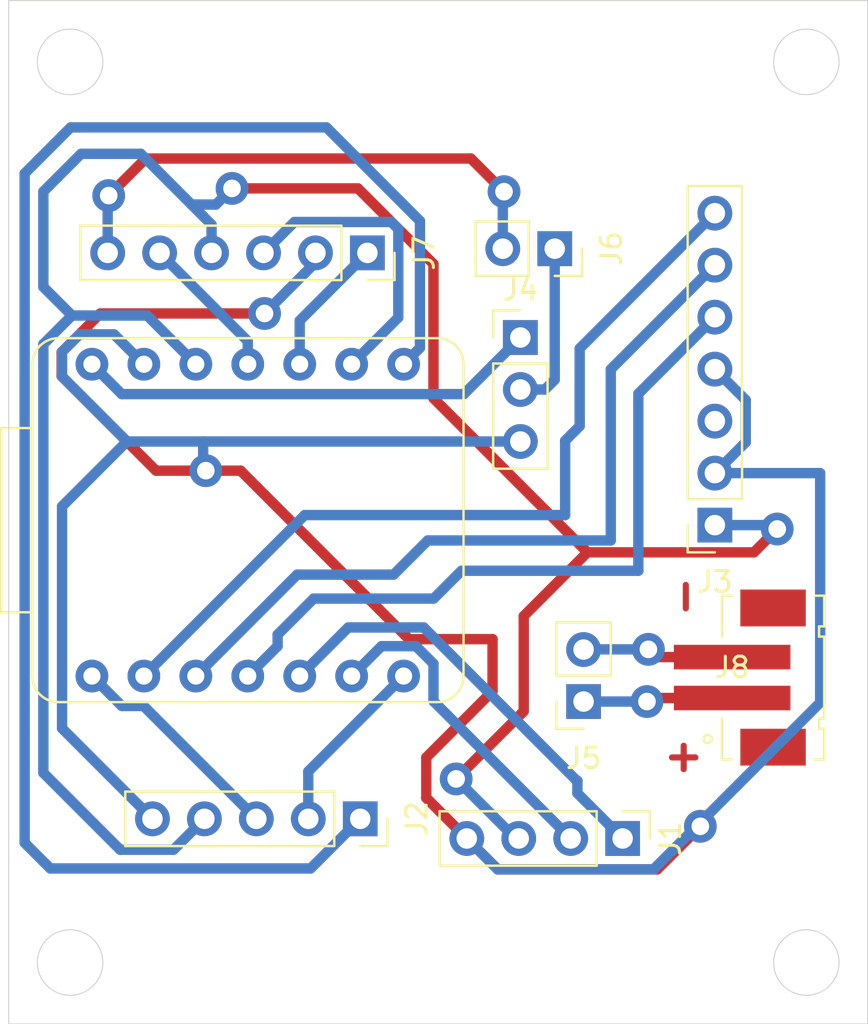
<source format=kicad_pcb>
(kicad_pcb (version 20240108) (generator "pcbnew") (generator_version "8.0")
  (layers (0 "F.Cu" signal) (31 "B.Cu" signal) (34 "B.Paste" user) (35 "F.Paste" user) (36 "B.SilkS" user "B.Silkscreen") (37 "F.SilkS" user "F.Silkscreen") (38 "B.Mask" user) (39 "F.Mask" user) (44 "Edge.Cuts" user))
  (net 0 "")
  (net 1 "GND")
  (net 2 "+3.3V")
  (net 3 "SCL")
  (net 4 "SDA")
  (net 5 "CLK")
  (net 6 "DT")
  (net 7 "SW")
  (net 8 "BCLK")
  (net 9 "+5V")
  (net 11 "LRC")
  (net 12 "DIN")
  (net 13 "SIG")
  (net 14 "MISO")
  (net 15 "CS")
  (net 16 "MOSI")
  (net 17 "SCK")
  (net 18 "PWR_3V3")
  (net 19 "PWR_GND")
  (footprint "Connector_PinSocket_2.54mm:PinSocket_1x05_P2.54mm_Vertical" (layer "F.Cu") (at 138.31 69.23 -90)
    (property "Reference" "J2" (at 0 -2.77 90) (layer "F.SilkS"))
    (property "Value" "Rotary Encoder")
    (fp_line (start -1.33 11.49) (end 1.33 11.49) (stroke (width 0.12)) (layer "F.SilkS"))
    (fp_line (start -1.33 1.27) (end -1.33 11.49) (stroke (width 0.12)) (layer "F.SilkS"))
    (fp_line (start -1.33 1.27) (end 1.33 1.27) (stroke (width 0.12)) (layer "F.SilkS"))
    (fp_line (start 1.33 1.27) (end 1.33 11.49) (stroke (width 0.12)) (layer "F.SilkS"))
    (fp_line (start 0 -1.33) (end 1.33 -1.33) (stroke (width 0.12)) (layer "F.SilkS"))
    (fp_line (start 1.33 -1.33) (end 1.33 0) (stroke (width 0.12)) (layer "F.SilkS"))
    (pad "1" thru_hole rect (at 0 0 270) (size 1.7 1.7) (drill 1) (layers "*.Cu" "*.Mask") (net 5 "CLK"))
    (pad "2" thru_hole oval (at 0 2.54 270) (size 1.7 1.7) (drill 1) (layers "*.Cu" "*.Mask") (net 6 "DT"))
    (pad "3" thru_hole oval (at 0 5.08 270) (size 1.7 1.7) (drill 1) (layers "*.Cu" "*.Mask") (net 7 "SW"))
    (pad "4" thru_hole oval (at 0 7.62 270) (size 1.7 1.7) (drill 1) (layers "*.Cu" "*.Mask") (net 2 "+3.3V"))
    (pad "5" thru_hole oval (at 0 10.16 270) (size 1.7 1.7) (drill 1) (layers "*.Cu" "*.Mask") (net 1 "GND"))
  )
  (footprint "Connector_PinSocket_2.54mm:PinSocket_1x07_P2.54mm_Vertical" (layer "F.Cu") (at 155.65 54.88 180)
    (property "Reference" "J3" (at 0 -2.77 0) (layer "F.SilkS"))
    (property "Value" "MAX98357A")
    (fp_line (start 1.33 1.27) (end 1.33 16.57) (stroke (width 0.12)) (layer "F.SilkS"))
    (fp_line (start 1.33 -1.33) (end 1.33 0) (stroke (width 0.12)) (layer "F.SilkS"))
    (fp_line (start 0 -1.33) (end 1.33 -1.33) (stroke (width 0.12)) (layer "F.SilkS"))
    (fp_line (start -1.33 16.57) (end 1.33 16.57) (stroke (width 0.12)) (layer "F.SilkS"))
    (fp_line (start -1.33 1.27) (end 1.33 1.27) (stroke (width 0.12)) (layer "F.SilkS"))
    (fp_line (start -1.33 1.27) (end -1.33 16.57) (stroke (width 0.12)) (layer "F.SilkS"))
    (pad "1" thru_hole rect (at 0 0 180) (size 1.7 1.7) (drill 1) (layers "*.Cu" "*.Mask") (net 2 "+3.3V"))
    (pad "2" thru_hole oval (at 0 2.54 180) (size 1.7 1.7) (drill 1) (layers "*.Cu" "*.Mask") (net 1 "GND"))
    (pad "3" thru_hole oval (at 0 5.08 180) (size 1.7 1.7) (drill 1) (layers "*.Cu" "*.Mask"))
    (pad "4" thru_hole oval (at 0 7.62 180) (size 1.7 1.7) (drill 1) (layers "*.Cu" "*.Mask") (net 1 "GND"))
    (pad "5" thru_hole oval (at 0 10.16 180) (size 1.7 1.7) (drill 1) (layers "*.Cu" "*.Mask") (net 12 "DIN"))
    (pad "6" thru_hole oval (at 0 12.7 180) (size 1.7 1.7) (drill 1) (layers "*.Cu" "*.Mask") (net 8 "BCLK"))
    (pad "7" thru_hole oval (at 0 15.24 180) (size 1.7 1.7) (drill 1) (layers "*.Cu" "*.Mask") (net 11 "LRC"))
  )
  (footprint "Connector_PinHeader_2.54mm:PinHeader_1x03_P2.54mm_Vertical" (layer "F.Cu") (at 146.14 45.715)
    (property "Reference" "J4" (at 0 -2.33 0) (layer "F.SilkS"))
    (property "Value" "SERVO")
    (fp_line (start -1.33 -1.33) (end 0 -1.33) (stroke (width 0.12)) (layer "F.SilkS"))
    (fp_line (start -1.33 0) (end -1.33 -1.33) (stroke (width 0.12)) (layer "F.SilkS"))
    (fp_line (start -1.33 1.27) (end -1.33 6.41) (stroke (width 0.12)) (layer "F.SilkS"))
    (fp_line (start -1.33 1.27) (end 1.33 1.27) (stroke (width 0.12)) (layer "F.SilkS"))
    (fp_line (start -1.33 6.41) (end 1.33 6.41) (stroke (width 0.12)) (layer "F.SilkS"))
    (fp_line (start 1.33 1.27) (end 1.33 6.41) (stroke (width 0.12)) (layer "F.SilkS"))
    (pad "1" thru_hole rect (at 0 0) (size 1.7 1.7) (drill 1) (layers "*.Cu" "*.Mask") (net 9 "+5V"))
    (pad "2" thru_hole oval (at 0 2.54) (size 1.7 1.7) (drill 1) (layers "*.Cu" "*.Mask") (net 13 "SIG"))
    (pad "3" thru_hole oval (at 0 5.08) (size 1.7 1.7) (drill 1) (layers "*.Cu" "*.Mask") (net 1 "GND"))
  )
  (footprint "Connector_PinHeader_2.54mm:PinHeader_1x04_P2.54mm_Vertical" (layer "F.Cu") (at 151.14 70.19 -90)
    (property "Reference" "J1" (at 0 -2.33 90) (layer "F.SilkS"))
    (property "Value" "OLED")
    (fp_line (start -1.33 8.95) (end 1.33 8.95) (stroke (width 0.12)) (layer "F.SilkS"))
    (fp_line (start -1.33 1.27) (end -1.33 8.95) (stroke (width 0.12)) (layer "F.SilkS"))
    (fp_line (start -1.33 1.27) (end 1.33 1.27) (stroke (width 0.12)) (layer "F.SilkS"))
    (fp_line (start 1.33 1.27) (end 1.33 8.95) (stroke (width 0.12)) (layer "F.SilkS"))
    (fp_line (start -1.33 0) (end -1.33 -1.33) (stroke (width 0.12)) (layer "F.SilkS"))
    (fp_line (start -1.33 -1.33) (end 0 -1.33) (stroke (width 0.12)) (layer "F.SilkS"))
    (pad "1" thru_hole rect (at 0 0 270) (size 1.7 1.7) (drill 1) (layers "*.Cu" "*.Mask") (net 4 "SDA"))
    (pad "2" thru_hole oval (at 0 2.54 270) (size 1.7 1.7) (drill 1) (layers "*.Cu" "*.Mask") (net 3 "SCL"))
    (pad "3" thru_hole oval (at 0 5.08 270) (size 1.7 1.7) (drill 1) (layers "*.Cu" "*.Mask") (net 2 "+3.3V"))
    (pad "4" thru_hole oval (at 0 7.62 270) (size 1.7 1.7) (drill 1) (layers "*.Cu" "*.Mask") (net 1 "GND"))
  )
  (footprint "fab:SeeedStudio_XIAO_ESP32C3" (layer "F.Cu") (at 132.81 54.64 90)
    (property "Reference" "M1" (hide yes))
    (property "Value" "Module_XIAO-ESP32C3")
    (fp_line (start -7.6175 -10.531) (end 7.6225 -10.531) (stroke (width 0.12)) (layer "F.SilkS"))
    (fp_line (start 8.8925 -9.261) (end 8.8925 9.281) (stroke (width 0.12)) (layer "F.SilkS"))
    (fp_line (start -8.8875 9.281) (end -8.8875 -9.261) (stroke (width 0.12)) (layer "F.SilkS"))
    (fp_line (start 7.6225 10.551) (end -7.6175 10.551) (stroke (width 0.12)) (layer "F.SilkS"))
    (fp_rect (start -4.4975 -10.531) (end 4.5025 -12.055) (stroke (width 0.12)) (fill none) (layer "F.SilkS"))
    (fp_arc (start 7.6225 -10.531) (mid 8.520526 -10.159026) (end 8.8925 -9.261) (stroke (width 0.12)) (layer "F.SilkS"))
    (fp_arc (start -8.8875 -9.261) (mid -8.515526 -10.159026) (end -7.6175 -10.531) (stroke (width 0.12)) (layer "F.SilkS"))
    (fp_arc (start 8.8925 9.281) (mid 8.520526 10.179026) (end 7.6225 10.551) (stroke (width 0.12)) (layer "F.SilkS"))
    (fp_arc (start -7.6175 10.551) (mid -8.515526 10.179026) (end -8.8875 9.281) (stroke (width 0.12)) (layer "F.SilkS"))
    (pad "1" thru_hole circle (at -7.615 -7.62 90) (size 1.6 1.6) (drill 0.8382) (layers "*.Cu" "*.Mask") (net 7 "SW"))
    (pad "2" thru_hole circle (at -7.615 -5.08 90) (size 1.6 1.6) (drill 0.8382) (layers "*.Cu" "*.Mask") (net 11 "LRC"))
    (pad "3" thru_hole circle (at -7.615 -2.54 90) (size 1.6 1.6) (drill 0.8382) (layers "*.Cu" "*.Mask") (net 8 "BCLK"))
    (pad "4" thru_hole circle (at -7.615 0 90) (size 1.6 1.6) (drill 0.8382) (layers "*.Cu" "*.Mask") (net 12 "DIN"))
    (pad "5" thru_hole circle (at -7.615 2.54 90) (size 1.6 1.6) (drill 0.8382) (layers "*.Cu" "*.Mask") (net 4 "SDA"))
    (pad "6" thru_hole circle (at -7.615 5.08 90) (size 1.6 1.6) (drill 0.8382) (layers "*.Cu" "*.Mask") (net 3 "SCL"))
    (pad "7" thru_hole circle (at -7.615 7.62 90) (size 1.6 1.6) (drill 0.8382) (layers "*.Cu" "*.Mask") (net 6 "DT"))
    (pad "8" thru_hole circle (at 7.62 7.62 90) (size 1.6 1.6) (drill 0.8382) (layers "*.Cu" "*.Mask") (net 5 "CLK"))
    (pad "9" thru_hole circle (at 7.62 5.08 90) (size 1.6 1.6) (drill 0.8382) (layers "*.Cu" "*.Mask") (net 17 "SCK"))
    (pad "10" thru_hole circle (at 7.62 2.54 90) (size 1.6 1.6) (drill 0.8382) (layers "*.Cu" "*.Mask") (net 14 "MISO"))
    (pad "11" thru_hole circle (at 7.62 0 90) (size 1.6 1.6) (drill 0.8382) (layers "*.Cu" "*.Mask") (net 16 "MOSI"))
    (pad "12" thru_hole circle (at 7.62 -2.54 90) (size 1.6 1.6) (drill 0.8382) (layers "*.Cu" "*.Mask") (net 2 "+3.3V"))
    (pad "13" thru_hole circle (at 7.62 -5.08 90) (size 1.6 1.6) (drill 0.8382) (layers "*.Cu" "*.Mask") (net 1 "GND"))
    (pad "14" thru_hole circle (at 7.62 -7.62 90) (size 1.6 1.6) (drill 0.8382) (layers "*.Cu" "*.Mask") (net 9 "+5V"))
  )
  (footprint "Connector_PinSocket_2.54mm:PinSocket_1x02_P2.54mm_Vertical" (layer "F.Cu") (at 149.23 63.5 180)
    (property "Reference" "J5" (at 0 -2.77 0) (layer "F.SilkS"))
    (property "Value" "Battery Connector")
    (fp_line (start 1.33 1.27) (end 1.33 3.87) (stroke (width 0.12)) (layer "F.SilkS"))
    (fp_line (start 1.33 -1.33) (end 1.33 0) (stroke (width 0.12)) (layer "F.SilkS"))
    (fp_line (start 0 -1.33) (end 1.33 -1.33) (stroke (width 0.12)) (layer "F.SilkS"))
    (fp_line (start -1.33 3.87) (end 1.33 3.87) (stroke (width 0.12)) (layer "F.SilkS"))
    (fp_line (start -1.33 1.27) (end 1.33 1.27) (stroke (width 0.12)) (layer "F.SilkS"))
    (fp_line (start -1.33 1.27) (end -1.33 3.87) (stroke (width 0.12)) (layer "F.SilkS"))
    (pad "1" thru_hole rect (at 0 0 180) (size 1.7 1.7) (drill 1) (layers "*.Cu" "*.Mask") (net 18 "PWR_3V3"))
    (pad "2" thru_hole oval (at 0 2.54 180) (size 1.7 1.7) (drill 1) (layers "*.Cu" "*.Mask") (net 19 "PWR_GND"))
  )
  (footprint "Connector_PinSocket_2.54mm:PinSocket_1x02_P2.54mm_Vertical" (layer "F.Cu") (at 147.82 41.375 -90)
    (property "Reference" "J6" (at 0 -2.77 90) (layer "F.SilkS"))
    (property "Value" "GPIO Breakout")
    (fp_line (start -1.33 3.87) (end 1.33 3.87) (stroke (width 0.12)) (layer "F.SilkS"))
    (fp_line (start -1.33 1.27) (end -1.33 3.87) (stroke (width 0.12)) (layer "F.SilkS"))
    (fp_line (start -1.33 1.27) (end 1.33 1.27) (stroke (width 0.12)) (layer "F.SilkS"))
    (fp_line (start 1.33 1.27) (end 1.33 3.87) (stroke (width 0.12)) (layer "F.SilkS"))
    (fp_line (start 0 -1.33) (end 1.33 -1.33) (stroke (width 0.12)) (layer "F.SilkS"))
    (fp_line (start 1.33 -1.33) (end 1.33 0) (stroke (width 0.12)) (layer "F.SilkS"))
    (pad "1" thru_hole rect (at 0 0 270) (size 1.7 1.7) (drill 1) (layers "*.Cu" "*.Mask") (net 13 "SIG"))
    (pad "2" thru_hole oval (at 0 2.54 270) (size 1.7 1.7) (drill 1) (layers "*.Cu" "*.Mask") (net 15 "CS"))
  )
  (footprint "fab:Header_JST_PH_1x02_P2mm_Vertical_SMD" (layer "F.Cu") (at 156.496 62.328 180)
    (property "Reference" "J8" (at 0 0.5 0) (layer "F.SilkS"))
    (property "Value" "JST Bat")
    (fp_line (start 0.5 4) (end 0.5 2) (stroke (width 0.12)) (layer "F.SilkS"))
    (fp_line (start 0.5 4) (end 0 4) (stroke (width 0.12)) (layer "F.SilkS"))
    (fp_line (start 0.5 -2) (end 0.5 -4) (stroke (width 0.12)) (layer "F.SilkS"))
    (fp_line (start 0.5 -4) (end 0 -4) (stroke (width 0.12)) (layer "F.SilkS"))
    (fp_line (start -4.25 2.5) (end -4.5 2.5) (stroke (width 0.12)) (layer "F.SilkS"))
    (fp_line (start -4.25 2) (end -4.25 2.5) (stroke (width 0.12)) (layer "F.SilkS"))
    (fp_line (start -4.25 -2) (end -4.5 -2) (stroke (width 0.12)) (layer "F.SilkS"))
    (fp_line (start -4.25 -2.5) (end -4.25 -2) (stroke (width 0.12)) (layer "F.SilkS"))
    (fp_line (start -4.5 4) (end -4 4) (stroke (width 0.12)) (layer "F.SilkS"))
    (fp_line (start -4.5 2.5) (end -4.5 4) (stroke (width 0.12)) (layer "F.SilkS"))
    (fp_line (start -4.5 2) (end -4.25 2) (stroke (width 0.12)) (layer "F.SilkS"))
    (fp_line (start -4.5 -2) (end -4.5 2) (stroke (width 0.12)) (layer "F.SilkS"))
    (fp_line (start -4.5 -2.5) (end -4.25 -2.5) (stroke (width 0.12)) (layer "F.SilkS"))
    (fp_line (start -4.5 -4) (end -4 -4) (stroke (width 0.12)) (layer "F.SilkS"))
    (fp_line (start -4.5 -4) (end -4.5 -2.5) (stroke (width 0.12)) (layer "F.SilkS"))
    (fp_circle (center 1.2 -3) (end 1.4 -3) (stroke (width 0.12)) (fill none) (layer "F.SilkS"))
    (pad "" smd rect (at -2 -3.4 180) (size 3.2 1.8) (layers "F.Cu" "F.Paste" "F.Mask"))
    (pad "" smd rect (at -2 3.4 180) (size 3.2 1.8) (layers "F.Cu" "F.Paste" "F.Mask"))
    (pad "1" smd rect (at 0 -1 180) (size 5.7 1.2) (layers "F.Cu" "F.Paste" "F.Mask") (net 18 "PWR_3V3"))
    (pad "2" smd rect (at 0 1 180) (size 5.7 1.2) (layers "F.Cu" "F.Paste" "F.Mask") (net 19 "PWR_GND"))
  )
  (footprint "Connector_PinSocket_2.54mm:PinSocket_1x06_P2.54mm_Vertical" (layer "F.Cu") (at 138.66 41.58 -90)
    (property "Reference" "J7" (at 0 -2.77 90) (layer "F.SilkS"))
    (property "Value" "SD Card")
    (fp_line (start -1.33 14.03) (end 1.33 14.03) (stroke (width 0.12)) (layer "F.SilkS"))
    (fp_line (start -1.33 1.27) (end -1.33 14.03) (stroke (width 0.12)) (layer "F.SilkS"))
    (fp_line (start -1.33 1.27) (end 1.33 1.27) (stroke (width 0.12)) (layer "F.SilkS"))
    (fp_line (start 1.33 1.27) (end 1.33 14.03) (stroke (width 0.12)) (layer "F.SilkS"))
    (fp_line (start 0 -1.33) (end 1.33 -1.33) (stroke (width 0.12)) (layer "F.SilkS"))
    (fp_line (start 1.33 -1.33) (end 1.33 0) (stroke (width 0.12)) (layer "F.SilkS"))
    (pad "1" thru_hole rect (at 0 0 270) (size 1.7 1.7) (drill 1) (layers "*.Cu" "*.Mask") (net 14 "MISO"))
    (pad "2" thru_hole oval (at 0 2.54 270) (size 1.7 1.7) (drill 1) (layers "*.Cu" "*.Mask") (net 1 "GND"))
    (pad "3" thru_hole oval (at 0 5.08 270) (size 1.7 1.7) (drill 1) (layers "*.Cu" "*.Mask") (net 17 "SCK"))
    (pad "4" thru_hole oval (at 0 7.62 270) (size 1.7 1.7) (drill 1) (layers "*.Cu" "*.Mask") (net 2 "+3.3V"))
    (pad "5" thru_hole oval (at 0 10.16 270) (size 1.7 1.7) (drill 1) (layers "*.Cu" "*.Mask") (net 16 "MOSI"))
    (pad "6" thru_hole oval (at 0 12.7 270) (size 1.7 1.7) (drill 1) (layers "*.Cu" "*.Mask") (net 15 "CS"))
  )
  (gr_circle (center 124.123 32.25) (end 125.723 32.25) (stroke (width 0.05)) (fill none) (layer "Edge.Cuts"))
  (gr_circle (center 160.123 76.25) (end 161.723 76.25) (stroke (width 0.05)) (fill none) (layer "Edge.Cuts"))
  (gr_rect (start 121.123 29.25) (end 163.123 79.25) (stroke (width 0.05)) (fill none) (layer "Edge.Cuts"))
  (gr_circle (center 124.123 76.25) (end 125.723 76.25) (stroke (width 0.05)) (fill none) (layer "Edge.Cuts"))
  (gr_circle (center 160.123 32.25) (end 161.723 32.25) (stroke (width 0.05)) (fill none) (layer "Edge.Cuts"))
  (gr_text "+" (at 153 67 0) (layer "F.Cu") (effects (font (size 1.5 1.5) (thickness 0.3) (bold yes)) (justify left bottom)))
  (gr_text "-" (at 155 59.5 90) (layer "F.Cu") (effects (font (size 1.5 1.5) (thickness 0.3) (bold yes)) (justify left bottom)))
  (segment (start 141.5396 68.2096) (end 143.52 70.19) (width 0.508) (layer "F.Cu") (net 1))
  (segment (start 123.71 47.605318) (end 123.71 46.43) (width 0.508) (layer "F.Cu") (net 1))
  (segment (start 141.5396 66.2324) (end 141.5396 68.2096) (width 0.508) (layer "F.Cu") (net 1))
  (segment (start 144.78 60.452) (end 144.78 62.992) (width 0.508) (layer "F.Cu") (net 1))
  (segment (start 130.76 52.22) (end 132.460318 52.22) (width 0.508) (layer "F.Cu") (net 1))
  (segment (start 128.324682 52.22) (end 123.71 47.605318) (width 0.508) (layer "F.Cu") (net 1))
  (segment (start 145.0304 71.7004) (end 152.8356 71.7004) (width 0.508) (layer "F.Cu") (net 1))
  (segment (start 140.692318 60.452) (end 144.78 60.452) (width 0.508) (layer "F.Cu") (net 1))
  (segment (start 132.460318 52.22) (end 140.692318 60.452) (width 0.508) (layer "F.Cu") (net 1))
  (segment (start 130.76 52.22) (end 128.324682 52.22) (width 0.508) (layer "F.Cu") (net 1))
  (segment (start 144.78 62.992) (end 141.5396 66.2324) (width 0.508) (layer "F.Cu") (net 1))
  (segment (start 123.71 46.43) (end 125.6 44.54) (width 0.508) (layer "F.Cu") (net 1))
  (segment (start 125.6 44.54) (end 133.63 44.54) (width 0.508) (layer "F.Cu") (net 1))
  (segment (start 141.5396 68.2096) (end 145.0304 71.7004) (width 0.508) (layer "F.Cu") (net 1))
  (segment (start 152.8356 71.7004) (end 154.94 69.596) (width 0.508) (layer "F.Cu") (net 1))
  (via (at 133.63 44.54) (size 1.6) (drill 0.86) (layers "F.Cu" "B.Cu") (net 1))
  (via (at 130.76 52.22) (size 1.6) (drill 0.86) (layers "F.Cu" "B.Cu") (net 1))
  (via (at 154.94 69.596) (size 1.6) (drill 0.86) (layers "F.Cu" "B.Cu") (net 1))
  (segment (start 155.65 52.34) (end 157.1604 50.8296) (width 0.508) (layer "B.Cu") (net 1))
  (segment (start 130.63 50.795) (end 130.63 52.09) (width 0.508) (layer "B.Cu") (net 1))
  (segment (start 160.8 52.34) (end 160.8 63.5504) (width 0.508) (layer "B.Cu") (net 1))
  (segment (start 124.585082 45.5596) (end 126.2696 45.5596) (width 0.508) (layer "B.Cu") (net 1))
  (segment (start 152.65 71.7004) (end 145.0304 71.7004) (width 0.508) (layer "B.Cu") (net 1))
  (segment (start 123.7296 47.624918) (end 123.7296 46.415082) (width 0.508) (layer "B.Cu") (net 1))
  (segment (start 157.1604 48.7704) (end 155.65 47.26) (width 0.508) (layer "B.Cu") (net 1))
  (segment (start 145.0304 71.7004) (end 143.52 70.19) (width 0.508) (layer "B.Cu") (net 1))
  (segment (start 126.899682 50.795) (end 123.7296 53.965082) (width 0.508) (layer "B.Cu") (net 1))
  (segment (start 155.65 52.34) (end 160.8 52.34) (width 0.508) (layer "B.Cu") (net 1))
  (segment (start 126.899682 50.795) (end 123.7296 47.624918) (width 0.508) (layer "B.Cu") (net 1))
  (segment (start 130.63 50.795) (end 126.899682 50.795) (width 0.508) (layer "B.Cu") (net 1))
  (segment (start 136.12 41.58) (end 136.12 42.05) (width 0.508) (layer "B.Cu") (net 1))
  (segment (start 123.7296 64.8096) (end 128.15 69.23) (width 0.508) (layer "B.Cu") (net 1))
  (segment (start 146.14 50.795) (end 130.63 50.795) (width 0.508) (layer "B.Cu") (net 1))
  (segment (start 157.1604 50.8296) (end 157.1604 48.7704) (width 0.508) (layer "B.Cu") (net 1))
  (segment (start 126.2696 45.5596) (end 127.73 47.02) (width 0.508) (layer "B.Cu") (net 1))
  (segment (start 160.8 63.5504) (end 152.65 71.7004) (width 0.508) (layer "B.Cu") (net 1))
  (segment (start 123.7296 46.415082) (end 124.585082 45.5596) (width 0.508) (layer "B.Cu") (net 1))
  (segment (start 130.63 52.09) (end 130.76 52.22) (width 0.508) (layer "B.Cu") (net 1))
  (segment (start 123.7296 53.965082) (end 123.7296 64.8096) (width 0.508) (layer "B.Cu") (net 1))
  (segment (start 136.12 42.05) (end 133.63 44.54) (width 0.508) (layer "B.Cu") (net 1))
  (segment (start 157.56 56.21) (end 149.418971 56.21) (width 0.508) (layer "F.Cu") (net 2))
  (segment (start 141.8904 48.681429) (end 141.8904 42.1204) (width 0.508) (layer "F.Cu") (net 2))
  (segment (start 149.418971 56.21) (end 141.8904 48.681429) (width 0.508) (layer "F.Cu") (net 2))
  (segment (start 149.418971 56.21) (end 146.304 59.324971) (width 0.508) (layer "F.Cu") (net 2))
  (segment (start 141.8904 42.1204) (end 138.2 38.43) (width 0.508) (layer "F.Cu") (net 2))
  (segment (start 138.2 38.43) (end 132.04 38.43) (width 0.508) (layer "F.Cu") (net 2))
  (segment (start 146.304 59.324971) (end 146.304 63.976) (width 0.508) (layer "F.Cu") (net 2))
  (segment (start 146.304 63.976) (end 143 67.28) (width 0.508) (layer "F.Cu") (net 2))
  (segment (start 158.7 55.07) (end 157.56 56.21) (width 0.508) (layer "F.Cu") (net 2))
  (via (at 143 67.28) (size 1.6) (drill 0.86) (layers "F.Cu" "B.Cu") (net 2))
  (via (at 132.04 38.43) (size 1.6) (drill 0.86) (layers "F.Cu" "B.Cu") (net 2))
  (via (at 158.7 55.07) (size 1.6) (drill 0.86) (layers "F.Cu" "B.Cu") (net 2))
  (segment (start 129.1796 70.7404) (end 126.5704 70.7404) (width 0.508) (layer "B.Cu") (net 2))
  (segment (start 126.5704 70.7404) (end 122.8152 66.9852) (width 0.508) (layer "B.Cu") (net 2))
  (segment (start 130.06 39.22) (end 131.04 40.2) (width 0.508) (layer "B.Cu") (net 2))
  (segment (start 122.8152 66.9852) (end 122.8152 46.036325) (width 0.508) (layer "B.Cu") (net 2))
  (segment (start 124.211525 44.64) (end 122.8152 43.243675) (width 0.508) (layer "B.Cu") (net 2))
  (segment (start 122.8152 46.036325) (end 124.211525 44.64) (width 0.508) (layer "B.Cu") (net 2))
  (segment (start 146.06 70.19) (end 145.91 70.19) (width 0.508) (layer "B.Cu") (net 2))
  (segment (start 155.65 54.88) (end 158.51 54.88) (width 0.508) (layer "B.Cu") (net 2))
  (segment (start 145.91 70.19) (end 143 67.28) (width 0.508) (layer "B.Cu") (net 2))
  (segment (start 122.8152 38.5848) (end 124.66 36.74) (width 0.508) (layer "B.Cu") (net 2))
  (segment (start 122.8152 43.243675) (end 122.8152 38.5848) (width 0.508) (layer "B.Cu") (net 2))
  (segment (start 127.89 44.64) (end 130.27 47.02) (width 0.508) (layer "B.Cu") (net 2))
  (segment (start 127.58 36.74) (end 130.06 39.22) (width 0.508) (layer "B.Cu") (net 2))
  (segment (start 130.06 39.22) (end 131.25 39.22) (width 0.508) (layer "B.Cu") (net 2))
  (segment (start 131.25 39.22) (end 132.04 38.43) (width 0.508) (layer "B.Cu") (net 2))
  (segment (start 124.211525 44.64) (end 127.89 44.64) (width 0.508) (layer "B.Cu") (net 2))
  (segment (start 158.51 54.88) (end 158.7 55.07) (width 0.508) (layer "B.Cu") (net 2))
  (segment (start 124.66 36.74) (end 127.58 36.74) (width 0.508) (layer "B.Cu") (net 2))
  (segment (start 131.04 40.2) (end 131.04 41.58) (width 0.508) (layer "B.Cu") (net 2))
  (segment (start 130.69 69.23) (end 129.1796 70.7404) (width 0.508) (layer "B.Cu") (net 2))
  (segment (start 148.6 70.19) (end 141.8904 63.4804) (width 0.508) (layer "B.Cu") (net 3))
  (segment (start 141.034918 60.7946) (end 139.3504 60.7946) (width 0.508) (layer "B.Cu") (net 3))
  (segment (start 141.8904 61.650082) (end 141.034918 60.7946) (width 0.508) (layer "B.Cu") (net 3))
  (segment (start 139.3504 60.7946) (end 137.89 62.255) (width 0.508) (layer "B.Cu") (net 3))
  (segment (start 141.8904 63.4804) (end 141.8904 61.650082) (width 0.508) (layer "B.Cu") (net 3))
  (segment (start 148.93 67.37) (end 148.903475 67.37) (width 0.508) (layer "B.Cu") (net 4))
  (segment (start 148.903475 67.37) (end 141.413675 59.8802) (width 0.508) (layer "B.Cu") (net 4))
  (segment (start 137.7248 59.8802) (end 135.35 62.255) (width 0.508) (layer "B.Cu") (net 4))
  (segment (start 148.93 67.98) (end 148.93 67.37) (width 0.508) (layer "B.Cu") (net 4))
  (segment (start 151.14 70.19) (end 148.93 67.98) (width 0.508) (layer "B.Cu") (net 4))
  (segment (start 141.413675 59.8802) (end 137.7248 59.8802) (width 0.508) (layer "B.Cu") (net 4))
  (segment (start 141.229999 46.220001) (end 141.229999 40.019999) (width 0.508) (layer "B.Cu") (net 5))
  (segment (start 135.8852 71.6548) (end 138.31 69.23) (width 0.508) (layer "B.Cu") (net 5))
  (segment (start 140.43 47.02) (end 141.229999 46.220001) (width 0.508) (layer "B.Cu") (net 5))
  (segment (start 136.66 35.45) (end 124.15 35.45) (width 0.508) (layer "B.Cu") (net 5))
  (segment (start 141.229999 40.019999) (end 136.66 35.45) (width 0.508) (layer "B.Cu") (net 5))
  (segment (start 123.1548 71.6548) (end 135.8852 71.6548) (width 0.508) (layer "B.Cu") (net 5))
  (segment (start 124.15 35.45) (end 121.9008 37.6992) (width 0.508) (layer "B.Cu") (net 5))
  (segment (start 121.9008 70.4008) (end 123.1548 71.6548) (width 0.508) (layer "B.Cu") (net 5))
  (segment (start 121.9008 37.6992) (end 121.9008 70.4008) (width 0.508) (layer "B.Cu") (net 5))
  (segment (start 135.77 69.23) (end 135.77 66.915) (width 0.508) (layer "B.Cu") (net 6))
  (segment (start 135.77 66.915) (end 140.43 62.255) (width 0.508) (layer "B.Cu") (net 6))
  (segment (start 126.6504 63.7154) (end 125.19 62.255) (width 0.508) (layer "B.Cu") (net 7))
  (segment (start 133.23 69.23) (end 127.7154 63.7154) (width 0.508) (layer "B.Cu") (net 7))
  (segment (start 127.7154 63.7154) (end 126.6504 63.7154) (width 0.508) (layer "B.Cu") (net 7))
  (segment (start 135.225 57.3) (end 130.27 62.255) (width 0.508) (layer "B.Cu") (net 8))
  (segment (start 155.65 42.18) (end 150.56 47.27) (width 0.508) (layer "B.Cu") (net 8))
  (segment (start 141.61 55.63) (end 139.94 57.3) (width 0.508) (layer "B.Cu") (net 8))
  (segment (start 150.56 55.63) (end 141.61 55.63) (width 0.508) (layer "B.Cu") (net 8))
  (segment (start 150.56 47.27) (end 150.56 55.63) (width 0.508) (layer "B.Cu") (net 8))
  (segment (start 139.94 57.3) (end 135.225 57.3) (width 0.508) (layer "B.Cu") (net 8))
  (segment (start 143.3746 48.4804) (end 126.6504 48.4804) (width 0.508) (layer "B.Cu") (net 9))
  (segment (start 146.14 45.715) (end 143.3746 48.4804) (width 0.508) (layer "B.Cu") (net 9))
  (segment (start 126.6504 48.4804) (end 125.19 47.02) (width 0.508) (layer "B.Cu") (net 9))
  (segment (start 127.73 62.255) (end 135.595 54.39) (width 0.508) (layer "B.Cu") (net 11))
  (segment (start 135.595 54.39) (end 148.33 54.39) (width 0.508) (layer "B.Cu") (net 11))
  (segment (start 148.33 54.39) (end 148.33 50.7556) (width 0.508) (layer "B.Cu") (net 11))
  (segment (start 149.04 46.25) (end 155.65 39.64) (width 0.508) (layer "B.Cu") (net 11))
  (segment (start 148.33 50.7556) (end 149.04 50.0456) (width 0.508) (layer "B.Cu") (net 11))
  (segment (start 149.04 50.0456) (end 149.04 46.25) (width 0.508) (layer "B.Cu") (net 11))
  (segment (start 143.26 57.11) (end 151.91 57.11) (width 0.508) (layer "B.Cu") (net 12))
  (segment (start 134.2704 60.7946) (end 134.2704 60.2296) (width 0.508) (layer "B.Cu") (net 12))
  (segment (start 151.91 57.11) (end 151.91 48.46) (width 0.508) (layer "B.Cu") (net 12))
  (segment (start 132.81 62.255) (end 134.2704 60.7946) (width 0.508) (layer "B.Cu") (net 12))
  (segment (start 134.2704 60.2296) (end 136.03 58.47) (width 0.508) (layer "B.Cu") (net 12))
  (segment (start 141.9 58.47) (end 143.26 57.11) (width 0.508) (layer "B.Cu") (net 12))
  (segment (start 136.03 58.47) (end 141.9 58.47) (width 0.508) (layer "B.Cu") (net 12))
  (segment (start 151.91 48.46) (end 155.65 44.72) (width 0.508) (layer "B.Cu") (net 12))
  (segment (start 147.342081 48.255) (end 147.82 47.777081) (width 0.508) (layer "B.Cu") (net 13))
  (segment (start 146.14 48.255) (end 147.342081 48.255) (width 0.508) (layer "B.Cu") (net 13))
  (segment (start 147.82 47.777081) (end 147.82 41.375) (width 0.508) (layer "B.Cu") (net 13))
  (segment (start 135.35 47.02) (end 135.35 44.89) (width 0.508) (layer "B.Cu") (net 14))
  (segment (start 135.35 44.89) (end 138.66 41.58) (width 0.508) (layer "B.Cu") (net 14))
  (segment (start 143.7196 36.9696) (end 145.34 38.59) (width 0.508) (layer "F.Cu") (net 15))
  (segment (start 126.01 38.78) (end 127.8204 36.9696) (width 0.508) (layer "F.Cu") (net 15))
  (segment (start 127.8204 36.9696) (end 143.7196 36.9696) (width 0.508) (layer "F.Cu") (net 15))
  (via (at 126.01 38.78) (size 1.6) (drill 0.86) (layers "F.Cu" "B.Cu") (net 15))
  (via (at 145.34 38.59) (size 1.6) (drill 0.86) (layers "F.Cu" "B.Cu") (net 15))
  (segment (start 125.96 38.83) (end 126.01 38.78) (width 0.508) (layer "B.Cu") (net 15))
  (segment (start 145.28 41.375) (end 145.28 38.65) (width 0.508) (layer "B.Cu") (net 15))
  (segment (start 145.28 38.65) (end 145.34 38.59) (width 0.508) (layer "B.Cu") (net 15))
  (segment (start 125.96 41.58) (end 125.96 38.83) (width 0.508) (layer "B.Cu") (net 15))
  (segment (start 132.81 45.89) (end 132.81 47.02) (width 0.508) (layer "B.Cu") (net 16))
  (segment (start 128.5 41.58) (end 132.81 45.89) (width 0.508) (layer "B.Cu") (net 16))
  (segment (start 137.89 47.02) (end 140.1704 44.7396) (width 0.508) (layer "B.Cu") (net 17))
  (segment (start 135.0904 40.0696) (end 133.58 41.58) (width 0.508) (layer "B.Cu") (net 17))
  (segment (start 140.1704 44.7396) (end 140.1704 40.4104) (width 0.508) (layer "B.Cu") (net 17))
  (segment (start 140.1704 40.4104) (end 139.8296 40.0696) (width 0.508) (layer "B.Cu") (net 17))
  (segment (start 139.8296 40.0696) (end 135.0904 40.0696) (width 0.508) (layer "B.Cu") (net 17))
  (segment (start 152.502 63.328) (end 152.33 63.5) (width 0.508) (layer "F.Cu") (net 18))
  (segment (start 156.496 63.328) (end 152.502 63.328) (width 0.508) (layer "F.Cu") (net 18))
  (via (at 152.33 63.5) (size 1.6) (drill 0.86) (layers "F.Cu" "B.Cu") (net 18))
  (segment (start 152.33 63.5) (end 149.33 63.5) (width 0.508) (layer "B.Cu") (net 18))
  (segment (start 152.778 61.328) (end 152.4 60.95) (width 0.508) (layer "F.Cu") (net 19))
  (segment (start 156.496 61.328) (end 152.778 61.328) (width 0.508) (layer "F.Cu") (net 19))
  (via (at 152.4 60.95) (size 1.6) (drill 0.86) (layers "F.Cu" "B.Cu") (net 19))
  (segment (start 152.4 60.95) (end 149.32 60.95) (width 0.508) (layer "B.Cu") (net 19))
)
</source>
